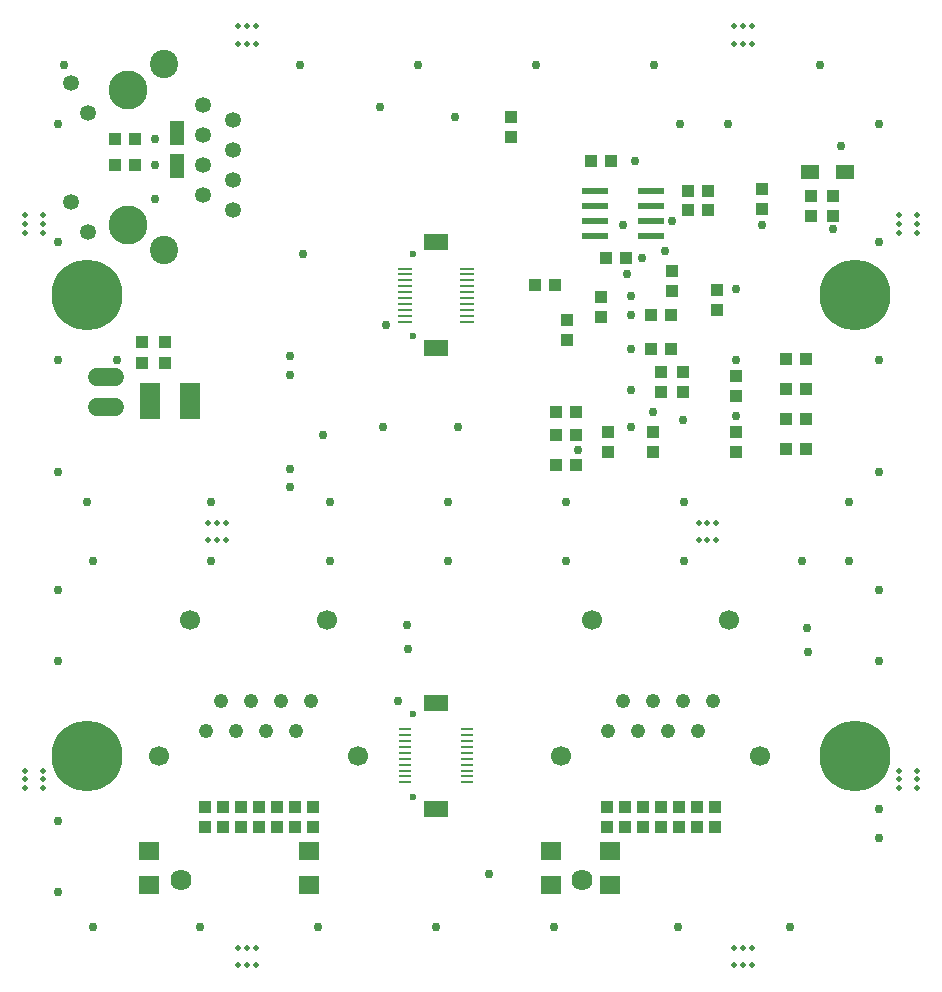
<source format=gbs>
G75*
%MOIN*%
%OFA0B0*%
%FSLAX25Y25*%
%IPPOS*%
%LPD*%
%AMOC8*
5,1,8,0,0,1.08239X$1,22.5*
%
%ADD10C,0.01969*%
%ADD11C,0.06000*%
%ADD12C,0.04800*%
%ADD13C,0.07050*%
%ADD14C,0.06693*%
%ADD15C,0.05315*%
%ADD16C,0.09449*%
%ADD17C,0.12992*%
%ADD18R,0.04331X0.03937*%
%ADD19R,0.07087X0.06299*%
%ADD20R,0.03937X0.04331*%
%ADD21R,0.04724X0.07874*%
%ADD22R,0.08600X0.02200*%
%ADD23R,0.05906X0.04724*%
%ADD24R,0.03937X0.00984*%
%ADD25C,0.02362*%
%ADD26R,0.08268X0.05512*%
%ADD27R,0.04528X0.00984*%
%ADD28C,0.23622*%
%ADD29R,0.07008X0.12402*%
%ADD30C,0.02953*%
D10*
X0171060Y0112280D03*
X0174012Y0112280D03*
X0176965Y0112280D03*
X0176965Y0118185D03*
X0174012Y0118185D03*
X0171060Y0118185D03*
X0106099Y0171335D03*
X0106099Y0174287D03*
X0106099Y0177240D03*
X0100194Y0177240D03*
X0100194Y0174287D03*
X0100194Y0171335D03*
X0161217Y0254012D03*
X0164170Y0254012D03*
X0167123Y0254012D03*
X0167123Y0259917D03*
X0164170Y0259917D03*
X0161217Y0259917D03*
X0106099Y0356374D03*
X0106099Y0359327D03*
X0106099Y0362280D03*
X0100194Y0362280D03*
X0100194Y0359327D03*
X0100194Y0356374D03*
X0171060Y0419366D03*
X0174012Y0419366D03*
X0176965Y0419366D03*
X0176965Y0425272D03*
X0174012Y0425272D03*
X0171060Y0425272D03*
X0336414Y0425272D03*
X0339367Y0425272D03*
X0342320Y0425272D03*
X0342320Y0419366D03*
X0339367Y0419366D03*
X0336414Y0419366D03*
X0391532Y0362280D03*
X0391532Y0359327D03*
X0391532Y0356374D03*
X0397438Y0356374D03*
X0397438Y0359327D03*
X0397438Y0362280D03*
X0330509Y0259917D03*
X0327556Y0259917D03*
X0324603Y0259917D03*
X0324603Y0254012D03*
X0327556Y0254012D03*
X0330509Y0254012D03*
X0391532Y0177240D03*
X0391532Y0174287D03*
X0391532Y0171335D03*
X0397438Y0171335D03*
X0397438Y0174287D03*
X0397438Y0177240D03*
X0342320Y0118185D03*
X0339367Y0118185D03*
X0336414Y0118185D03*
X0336414Y0112280D03*
X0339367Y0112280D03*
X0342320Y0112280D03*
D11*
X0130024Y0298579D02*
X0124024Y0298579D01*
X0124024Y0308579D02*
X0130024Y0308579D01*
D12*
X0165449Y0200461D03*
X0175449Y0200461D03*
X0185449Y0200461D03*
X0195449Y0200461D03*
X0190449Y0190461D03*
X0180449Y0190461D03*
X0170449Y0190461D03*
X0160449Y0190461D03*
X0294308Y0190461D03*
X0304308Y0190461D03*
X0314308Y0190461D03*
X0324308Y0190461D03*
X0329308Y0200461D03*
X0319308Y0200461D03*
X0309308Y0200461D03*
X0299308Y0200461D03*
D13*
X0285808Y0140661D03*
X0151949Y0140661D03*
D14*
X0144780Y0182161D03*
X0155115Y0227437D03*
X0200784Y0227437D03*
X0211119Y0182161D03*
X0278638Y0182161D03*
X0288973Y0227437D03*
X0334642Y0227437D03*
X0344977Y0182161D03*
D15*
X0169520Y0364113D03*
X0169520Y0374113D03*
X0169520Y0384113D03*
X0169520Y0394113D03*
X0159520Y0389113D03*
X0159520Y0379113D03*
X0159520Y0369113D03*
X0159520Y0399113D03*
X0121221Y0396517D03*
X0115234Y0406510D03*
X0115236Y0366714D03*
X0121219Y0356707D03*
D16*
X0146528Y0350609D03*
X0146528Y0412617D03*
D17*
X0134520Y0404113D03*
X0134520Y0359113D03*
D18*
X0269928Y0339110D03*
X0276621Y0339110D03*
X0280774Y0327457D03*
X0280774Y0320764D03*
X0283658Y0296610D03*
X0276965Y0296610D03*
X0276965Y0289110D03*
X0283658Y0289110D03*
X0283658Y0279110D03*
X0276965Y0279110D03*
X0308678Y0317860D03*
X0315371Y0317860D03*
X0315371Y0329110D03*
X0308678Y0329110D03*
X0300371Y0348126D03*
X0293678Y0348126D03*
X0295371Y0380360D03*
X0288678Y0380360D03*
X0369524Y0368707D03*
X0369524Y0362014D03*
X0329977Y0164957D03*
X0323993Y0164957D03*
X0323993Y0158264D03*
X0329977Y0158264D03*
X0318009Y0158264D03*
X0312024Y0158264D03*
X0306040Y0158264D03*
X0300056Y0158264D03*
X0294072Y0158264D03*
X0294072Y0164957D03*
X0300056Y0164957D03*
X0306040Y0164957D03*
X0312024Y0164957D03*
X0318009Y0164957D03*
X0195961Y0164957D03*
X0189977Y0164957D03*
X0183993Y0164957D03*
X0178009Y0164957D03*
X0172024Y0164957D03*
X0172024Y0158264D03*
X0178009Y0158264D03*
X0183993Y0158264D03*
X0189977Y0158264D03*
X0195961Y0158264D03*
X0166040Y0158264D03*
X0160056Y0158264D03*
X0160056Y0164957D03*
X0166040Y0164957D03*
D19*
X0141532Y0150272D03*
X0141532Y0139248D03*
X0194682Y0139248D03*
X0194682Y0150272D03*
X0275390Y0150272D03*
X0275390Y0139248D03*
X0295075Y0139248D03*
X0295075Y0150272D03*
D20*
X0294524Y0283264D03*
X0294524Y0289957D03*
X0309524Y0289957D03*
X0309524Y0283264D03*
X0312024Y0303264D03*
X0312024Y0309957D03*
X0319524Y0309957D03*
X0319524Y0303264D03*
X0337024Y0302014D03*
X0337024Y0308707D03*
X0353678Y0304268D03*
X0360371Y0304268D03*
X0360371Y0314268D03*
X0353678Y0314268D03*
X0353678Y0294268D03*
X0360371Y0294268D03*
X0360371Y0284268D03*
X0353678Y0284268D03*
X0337024Y0283264D03*
X0337024Y0289957D03*
X0330774Y0330764D03*
X0330774Y0337457D03*
X0315774Y0337014D03*
X0315774Y0343707D03*
X0321178Y0364110D03*
X0321178Y0370360D03*
X0327871Y0370360D03*
X0327871Y0364110D03*
X0345774Y0364514D03*
X0345774Y0371207D03*
X0362024Y0368707D03*
X0362024Y0362014D03*
X0292024Y0334957D03*
X0292024Y0328264D03*
X0262211Y0388264D03*
X0262211Y0394957D03*
X0146572Y0319927D03*
X0139042Y0319927D03*
X0139042Y0313234D03*
X0146572Y0313234D03*
X0136621Y0379110D03*
X0129928Y0379110D03*
X0129928Y0387860D03*
X0136621Y0387860D03*
D21*
X0150774Y0389622D03*
X0150774Y0378598D03*
D22*
X0290224Y0370360D03*
X0290224Y0365360D03*
X0290224Y0360360D03*
X0290224Y0355360D03*
X0308824Y0355360D03*
X0308824Y0360360D03*
X0308824Y0365360D03*
X0308824Y0370360D03*
D23*
X0361847Y0376610D03*
X0373264Y0376610D03*
D24*
X0247438Y0191020D03*
X0247438Y0189051D03*
X0247438Y0187083D03*
X0247438Y0185114D03*
X0247438Y0183146D03*
X0247438Y0181177D03*
X0247438Y0179209D03*
X0247438Y0177240D03*
X0247438Y0175272D03*
X0247438Y0173303D03*
X0226572Y0173303D03*
X0226572Y0175272D03*
X0226572Y0177240D03*
X0226572Y0179209D03*
X0226572Y0181177D03*
X0226572Y0183146D03*
X0226572Y0185114D03*
X0226572Y0187083D03*
X0226572Y0189051D03*
X0226572Y0191020D03*
D25*
X0229524Y0195941D03*
X0229524Y0168382D03*
X0229524Y0321925D03*
X0229524Y0349484D03*
D26*
X0237005Y0353421D03*
X0237005Y0317988D03*
X0237005Y0199878D03*
X0237005Y0164445D03*
D27*
X0247438Y0326846D03*
X0247438Y0328815D03*
X0247438Y0330783D03*
X0247438Y0332752D03*
X0247438Y0334720D03*
X0247438Y0336689D03*
X0247438Y0338657D03*
X0247438Y0340626D03*
X0247438Y0342594D03*
X0247438Y0344563D03*
X0226572Y0344563D03*
X0226572Y0342594D03*
X0226572Y0340626D03*
X0226572Y0338657D03*
X0226572Y0336689D03*
X0226572Y0334720D03*
X0226572Y0332752D03*
X0226572Y0330783D03*
X0226572Y0328815D03*
X0226572Y0326846D03*
D28*
X0120863Y0335705D03*
X0120863Y0182161D03*
X0376768Y0182161D03*
X0376768Y0335705D03*
D29*
X0155213Y0300272D03*
X0141631Y0300272D03*
D30*
X0122831Y0125075D03*
X0111020Y0136886D03*
X0111020Y0160508D03*
X0158264Y0125075D03*
X0197635Y0125075D03*
X0237005Y0125075D03*
X0254721Y0142791D03*
X0276375Y0125075D03*
X0317713Y0125075D03*
X0355115Y0125075D03*
X0384642Y0154602D03*
X0384642Y0164445D03*
X0384642Y0213657D03*
X0384642Y0237280D03*
X0374800Y0247122D03*
X0359052Y0247122D03*
X0374800Y0266807D03*
X0384642Y0276650D03*
X0384642Y0314051D03*
X0384642Y0353421D03*
X0369524Y0357860D03*
X0345774Y0359110D03*
X0337024Y0337860D03*
X0337024Y0314110D03*
X0337024Y0295360D03*
X0319524Y0294110D03*
X0309524Y0296610D03*
X0302024Y0291610D03*
X0302024Y0304110D03*
X0302024Y0317860D03*
X0302024Y0329110D03*
X0302024Y0335360D03*
X0300774Y0342860D03*
X0305774Y0348126D03*
X0313274Y0350360D03*
X0315774Y0360360D03*
X0299524Y0359110D03*
X0303274Y0380360D03*
X0318274Y0392860D03*
X0334259Y0392860D03*
X0309839Y0412476D03*
X0270469Y0412476D03*
X0243274Y0395016D03*
X0231099Y0412476D03*
X0218274Y0398313D03*
X0191729Y0412476D03*
X0143274Y0387860D03*
X0143274Y0379110D03*
X0143274Y0367860D03*
X0111020Y0353421D03*
X0111020Y0314051D03*
X0130705Y0314051D03*
X0111020Y0276650D03*
X0120863Y0266807D03*
X0122831Y0247122D03*
X0111020Y0237280D03*
X0111020Y0213657D03*
X0162201Y0247122D03*
X0162201Y0266807D03*
X0188274Y0271610D03*
X0188274Y0277860D03*
X0199524Y0289110D03*
X0219524Y0291610D03*
X0244524Y0291610D03*
X0240942Y0266807D03*
X0240942Y0247122D03*
X0227418Y0225705D03*
X0227762Y0217594D03*
X0224524Y0200419D03*
X0201572Y0247122D03*
X0201572Y0266807D03*
X0188274Y0309110D03*
X0188274Y0315360D03*
X0220272Y0325862D03*
X0192713Y0349484D03*
X0112989Y0412476D03*
X0111020Y0392791D03*
X0280312Y0266807D03*
X0284524Y0284110D03*
X0280312Y0247122D03*
X0319682Y0247122D03*
X0319682Y0266807D03*
X0360745Y0224671D03*
X0361119Y0216856D03*
X0372103Y0385360D03*
X0384642Y0392791D03*
X0364957Y0412476D03*
M02*

</source>
